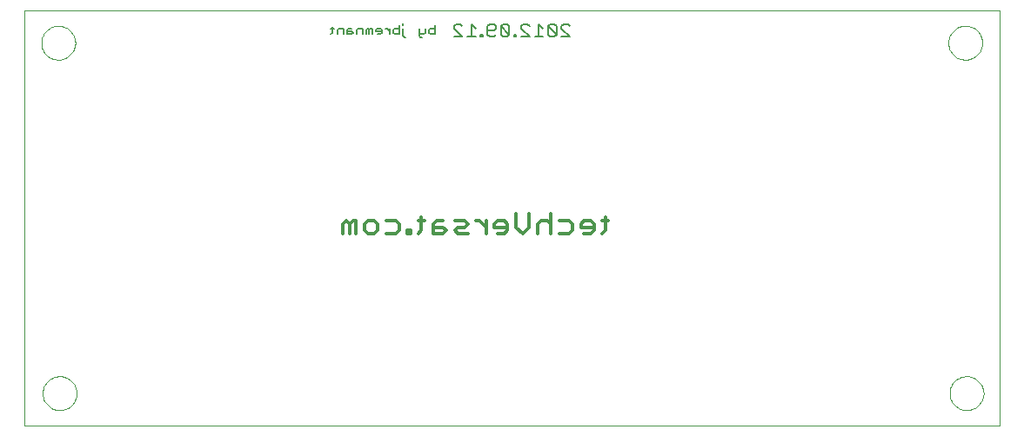
<source format=gbo>
G75*
G70*
%OFA0B0*%
%FSLAX24Y24*%
%IPPOS*%
%LPD*%
%AMOC8*
5,1,8,0,0,1.08239X$1,22.5*
%
%ADD10C,0.0000*%
%ADD11C,0.0080*%
%ADD12C,0.0060*%
%ADD13C,0.0140*%
D10*
X000983Y000100D02*
X038353Y000100D01*
X038353Y016042D01*
X000983Y016042D01*
X000983Y000100D01*
X001683Y001342D02*
X001685Y001392D01*
X001691Y001442D01*
X001701Y001492D01*
X001714Y001540D01*
X001731Y001588D01*
X001752Y001634D01*
X001776Y001678D01*
X001804Y001720D01*
X001835Y001760D01*
X001869Y001797D01*
X001906Y001832D01*
X001945Y001863D01*
X001986Y001892D01*
X002030Y001917D01*
X002076Y001939D01*
X002123Y001957D01*
X002171Y001971D01*
X002220Y001982D01*
X002270Y001989D01*
X002320Y001992D01*
X002371Y001991D01*
X002421Y001986D01*
X002471Y001977D01*
X002519Y001965D01*
X002567Y001948D01*
X002613Y001928D01*
X002658Y001905D01*
X002701Y001878D01*
X002741Y001848D01*
X002779Y001815D01*
X002814Y001779D01*
X002847Y001740D01*
X002876Y001699D01*
X002902Y001656D01*
X002925Y001611D01*
X002944Y001564D01*
X002959Y001516D01*
X002971Y001467D01*
X002979Y001417D01*
X002983Y001367D01*
X002983Y001317D01*
X002979Y001267D01*
X002971Y001217D01*
X002959Y001168D01*
X002944Y001120D01*
X002925Y001073D01*
X002902Y001028D01*
X002876Y000985D01*
X002847Y000944D01*
X002814Y000905D01*
X002779Y000869D01*
X002741Y000836D01*
X002701Y000806D01*
X002658Y000779D01*
X002613Y000756D01*
X002567Y000736D01*
X002519Y000719D01*
X002471Y000707D01*
X002421Y000698D01*
X002371Y000693D01*
X002320Y000692D01*
X002270Y000695D01*
X002220Y000702D01*
X002171Y000713D01*
X002123Y000727D01*
X002076Y000745D01*
X002030Y000767D01*
X001986Y000792D01*
X001945Y000821D01*
X001906Y000852D01*
X001869Y000887D01*
X001835Y000924D01*
X001804Y000964D01*
X001776Y001006D01*
X001752Y001050D01*
X001731Y001096D01*
X001714Y001144D01*
X001701Y001192D01*
X001691Y001242D01*
X001685Y001292D01*
X001683Y001342D01*
X001633Y014792D02*
X001635Y014842D01*
X001641Y014892D01*
X001651Y014942D01*
X001664Y014990D01*
X001681Y015038D01*
X001702Y015084D01*
X001726Y015128D01*
X001754Y015170D01*
X001785Y015210D01*
X001819Y015247D01*
X001856Y015282D01*
X001895Y015313D01*
X001936Y015342D01*
X001980Y015367D01*
X002026Y015389D01*
X002073Y015407D01*
X002121Y015421D01*
X002170Y015432D01*
X002220Y015439D01*
X002270Y015442D01*
X002321Y015441D01*
X002371Y015436D01*
X002421Y015427D01*
X002469Y015415D01*
X002517Y015398D01*
X002563Y015378D01*
X002608Y015355D01*
X002651Y015328D01*
X002691Y015298D01*
X002729Y015265D01*
X002764Y015229D01*
X002797Y015190D01*
X002826Y015149D01*
X002852Y015106D01*
X002875Y015061D01*
X002894Y015014D01*
X002909Y014966D01*
X002921Y014917D01*
X002929Y014867D01*
X002933Y014817D01*
X002933Y014767D01*
X002929Y014717D01*
X002921Y014667D01*
X002909Y014618D01*
X002894Y014570D01*
X002875Y014523D01*
X002852Y014478D01*
X002826Y014435D01*
X002797Y014394D01*
X002764Y014355D01*
X002729Y014319D01*
X002691Y014286D01*
X002651Y014256D01*
X002608Y014229D01*
X002563Y014206D01*
X002517Y014186D01*
X002469Y014169D01*
X002421Y014157D01*
X002371Y014148D01*
X002321Y014143D01*
X002270Y014142D01*
X002220Y014145D01*
X002170Y014152D01*
X002121Y014163D01*
X002073Y014177D01*
X002026Y014195D01*
X001980Y014217D01*
X001936Y014242D01*
X001895Y014271D01*
X001856Y014302D01*
X001819Y014337D01*
X001785Y014374D01*
X001754Y014414D01*
X001726Y014456D01*
X001702Y014500D01*
X001681Y014546D01*
X001664Y014594D01*
X001651Y014642D01*
X001641Y014692D01*
X001635Y014742D01*
X001633Y014792D01*
X036383Y014792D02*
X036385Y014842D01*
X036391Y014892D01*
X036401Y014942D01*
X036414Y014990D01*
X036431Y015038D01*
X036452Y015084D01*
X036476Y015128D01*
X036504Y015170D01*
X036535Y015210D01*
X036569Y015247D01*
X036606Y015282D01*
X036645Y015313D01*
X036686Y015342D01*
X036730Y015367D01*
X036776Y015389D01*
X036823Y015407D01*
X036871Y015421D01*
X036920Y015432D01*
X036970Y015439D01*
X037020Y015442D01*
X037071Y015441D01*
X037121Y015436D01*
X037171Y015427D01*
X037219Y015415D01*
X037267Y015398D01*
X037313Y015378D01*
X037358Y015355D01*
X037401Y015328D01*
X037441Y015298D01*
X037479Y015265D01*
X037514Y015229D01*
X037547Y015190D01*
X037576Y015149D01*
X037602Y015106D01*
X037625Y015061D01*
X037644Y015014D01*
X037659Y014966D01*
X037671Y014917D01*
X037679Y014867D01*
X037683Y014817D01*
X037683Y014767D01*
X037679Y014717D01*
X037671Y014667D01*
X037659Y014618D01*
X037644Y014570D01*
X037625Y014523D01*
X037602Y014478D01*
X037576Y014435D01*
X037547Y014394D01*
X037514Y014355D01*
X037479Y014319D01*
X037441Y014286D01*
X037401Y014256D01*
X037358Y014229D01*
X037313Y014206D01*
X037267Y014186D01*
X037219Y014169D01*
X037171Y014157D01*
X037121Y014148D01*
X037071Y014143D01*
X037020Y014142D01*
X036970Y014145D01*
X036920Y014152D01*
X036871Y014163D01*
X036823Y014177D01*
X036776Y014195D01*
X036730Y014217D01*
X036686Y014242D01*
X036645Y014271D01*
X036606Y014302D01*
X036569Y014337D01*
X036535Y014374D01*
X036504Y014414D01*
X036476Y014456D01*
X036452Y014500D01*
X036431Y014546D01*
X036414Y014594D01*
X036401Y014642D01*
X036391Y014692D01*
X036385Y014742D01*
X036383Y014792D01*
X036433Y001342D02*
X036435Y001392D01*
X036441Y001442D01*
X036451Y001492D01*
X036464Y001540D01*
X036481Y001588D01*
X036502Y001634D01*
X036526Y001678D01*
X036554Y001720D01*
X036585Y001760D01*
X036619Y001797D01*
X036656Y001832D01*
X036695Y001863D01*
X036736Y001892D01*
X036780Y001917D01*
X036826Y001939D01*
X036873Y001957D01*
X036921Y001971D01*
X036970Y001982D01*
X037020Y001989D01*
X037070Y001992D01*
X037121Y001991D01*
X037171Y001986D01*
X037221Y001977D01*
X037269Y001965D01*
X037317Y001948D01*
X037363Y001928D01*
X037408Y001905D01*
X037451Y001878D01*
X037491Y001848D01*
X037529Y001815D01*
X037564Y001779D01*
X037597Y001740D01*
X037626Y001699D01*
X037652Y001656D01*
X037675Y001611D01*
X037694Y001564D01*
X037709Y001516D01*
X037721Y001467D01*
X037729Y001417D01*
X037733Y001367D01*
X037733Y001317D01*
X037729Y001267D01*
X037721Y001217D01*
X037709Y001168D01*
X037694Y001120D01*
X037675Y001073D01*
X037652Y001028D01*
X037626Y000985D01*
X037597Y000944D01*
X037564Y000905D01*
X037529Y000869D01*
X037491Y000836D01*
X037451Y000806D01*
X037408Y000779D01*
X037363Y000756D01*
X037317Y000736D01*
X037269Y000719D01*
X037221Y000707D01*
X037171Y000698D01*
X037121Y000693D01*
X037070Y000692D01*
X037020Y000695D01*
X036970Y000702D01*
X036921Y000713D01*
X036873Y000727D01*
X036826Y000745D01*
X036780Y000767D01*
X036736Y000792D01*
X036695Y000821D01*
X036656Y000852D01*
X036619Y000887D01*
X036585Y000924D01*
X036554Y000964D01*
X036526Y001006D01*
X036502Y001050D01*
X036481Y001096D01*
X036464Y001144D01*
X036451Y001192D01*
X036441Y001242D01*
X036435Y001292D01*
X036433Y001342D01*
D11*
X021884Y015022D02*
X021564Y015022D01*
X021368Y015102D02*
X021048Y015422D01*
X021048Y015102D01*
X021128Y015022D01*
X021288Y015022D01*
X021368Y015102D01*
X021368Y015422D01*
X021288Y015503D01*
X021128Y015503D01*
X021048Y015422D01*
X020853Y015342D02*
X020693Y015503D01*
X020693Y015022D01*
X020853Y015022D02*
X020533Y015022D01*
X020337Y015022D02*
X020017Y015342D01*
X020017Y015422D01*
X020097Y015503D01*
X020257Y015503D01*
X020337Y015422D01*
X020337Y015022D02*
X020017Y015022D01*
X019822Y015022D02*
X019741Y015022D01*
X019741Y015102D01*
X019822Y015102D01*
X019822Y015022D01*
X019564Y015102D02*
X019243Y015422D01*
X019243Y015102D01*
X019324Y015022D01*
X019484Y015022D01*
X019564Y015102D01*
X019564Y015422D01*
X019484Y015503D01*
X019324Y015503D01*
X019243Y015422D01*
X019048Y015422D02*
X019048Y015342D01*
X018968Y015262D01*
X018728Y015262D01*
X018728Y015102D02*
X018728Y015422D01*
X018808Y015503D01*
X018968Y015503D01*
X019048Y015422D01*
X019048Y015102D02*
X018968Y015022D01*
X018808Y015022D01*
X018728Y015102D01*
X018532Y015102D02*
X018452Y015102D01*
X018452Y015022D01*
X018532Y015022D01*
X018532Y015102D01*
X018275Y015022D02*
X017954Y015022D01*
X018114Y015022D02*
X018114Y015503D01*
X018275Y015342D01*
X017759Y015422D02*
X017679Y015503D01*
X017519Y015503D01*
X017439Y015422D01*
X017439Y015342D01*
X017759Y015022D01*
X017439Y015022D01*
X021564Y015342D02*
X021564Y015422D01*
X021644Y015503D01*
X021804Y015503D01*
X021884Y015422D01*
X021564Y015342D02*
X021884Y015022D01*
D12*
X016703Y015122D02*
X016533Y015122D01*
X016476Y015179D01*
X016476Y015292D01*
X016533Y015349D01*
X016703Y015349D01*
X016703Y015462D02*
X016703Y015122D01*
X016335Y015179D02*
X016278Y015122D01*
X016108Y015122D01*
X016108Y015065D02*
X016165Y015009D01*
X016222Y015009D01*
X016108Y015065D02*
X016108Y015349D01*
X016335Y015349D02*
X016335Y015179D01*
X015598Y015009D02*
X015542Y015009D01*
X015485Y015065D01*
X015485Y015349D01*
X015485Y015462D02*
X015485Y015519D01*
X015353Y015462D02*
X015353Y015122D01*
X015183Y015122D01*
X015126Y015179D01*
X015126Y015292D01*
X015183Y015349D01*
X015353Y015349D01*
X014985Y015349D02*
X014985Y015122D01*
X014985Y015236D02*
X014871Y015349D01*
X014814Y015349D01*
X014678Y015292D02*
X014621Y015349D01*
X014507Y015349D01*
X014451Y015292D01*
X014451Y015236D01*
X014678Y015236D01*
X014678Y015292D02*
X014678Y015179D01*
X014621Y015122D01*
X014507Y015122D01*
X014309Y015122D02*
X014309Y015349D01*
X014253Y015349D01*
X014196Y015292D01*
X014139Y015349D01*
X014082Y015292D01*
X014082Y015122D01*
X014196Y015122D02*
X014196Y015292D01*
X013941Y015349D02*
X013771Y015349D01*
X013714Y015292D01*
X013714Y015122D01*
X013573Y015179D02*
X013516Y015236D01*
X013346Y015236D01*
X013346Y015292D02*
X013346Y015122D01*
X013516Y015122D01*
X013573Y015179D01*
X013516Y015349D02*
X013403Y015349D01*
X013346Y015292D01*
X013204Y015349D02*
X013034Y015349D01*
X012977Y015292D01*
X012977Y015122D01*
X012779Y015179D02*
X012723Y015122D01*
X012779Y015179D02*
X012779Y015406D01*
X012723Y015349D02*
X012836Y015349D01*
X013204Y015349D02*
X013204Y015122D01*
X013941Y015122D02*
X013941Y015349D01*
D13*
X019818Y008223D02*
X019818Y007716D01*
X020071Y007462D01*
X020325Y007716D01*
X020325Y008223D01*
X020646Y007842D02*
X020773Y007969D01*
X021027Y007969D01*
X021153Y007842D01*
X021475Y007969D02*
X021855Y007969D01*
X021982Y007842D01*
X021982Y007589D01*
X021855Y007462D01*
X021475Y007462D01*
X021153Y007462D02*
X021153Y008223D01*
X020646Y007842D02*
X020646Y007462D01*
X019496Y007589D02*
X019369Y007462D01*
X019116Y007462D01*
X018989Y007716D02*
X019496Y007716D01*
X019496Y007842D02*
X019496Y007589D01*
X019496Y007842D02*
X019369Y007969D01*
X019116Y007969D01*
X018989Y007842D01*
X018989Y007716D01*
X018667Y007716D02*
X018414Y007969D01*
X018287Y007969D01*
X017977Y007842D02*
X017850Y007969D01*
X017470Y007969D01*
X017021Y007969D02*
X016768Y007969D01*
X016641Y007842D01*
X016641Y007462D01*
X017021Y007462D01*
X017148Y007589D01*
X017021Y007716D01*
X016641Y007716D01*
X016319Y007969D02*
X016066Y007969D01*
X016193Y008096D02*
X016193Y007589D01*
X016066Y007462D01*
X015767Y007462D02*
X015767Y007589D01*
X015640Y007589D01*
X015640Y007462D01*
X015767Y007462D01*
X015352Y007589D02*
X015226Y007462D01*
X014845Y007462D01*
X014524Y007589D02*
X014397Y007462D01*
X014143Y007462D01*
X014017Y007589D01*
X014017Y007842D01*
X014143Y007969D01*
X014397Y007969D01*
X014524Y007842D01*
X014524Y007589D01*
X014845Y007969D02*
X015226Y007969D01*
X015352Y007842D01*
X015352Y007589D01*
X013695Y007462D02*
X013695Y007969D01*
X013568Y007969D01*
X013442Y007842D01*
X013315Y007969D01*
X013188Y007842D01*
X013188Y007462D01*
X013442Y007462D02*
X013442Y007842D01*
X017470Y007589D02*
X017596Y007462D01*
X017977Y007462D01*
X017850Y007716D02*
X017596Y007716D01*
X017470Y007589D01*
X017850Y007716D02*
X017977Y007842D01*
X018667Y007969D02*
X018667Y007462D01*
X022304Y007716D02*
X022811Y007716D01*
X022811Y007842D02*
X022811Y007589D01*
X022684Y007462D01*
X022431Y007462D01*
X022304Y007716D02*
X022304Y007842D01*
X022431Y007969D01*
X022684Y007969D01*
X022811Y007842D01*
X023110Y007969D02*
X023363Y007969D01*
X023237Y008096D02*
X023237Y007589D01*
X023110Y007462D01*
M02*

</source>
